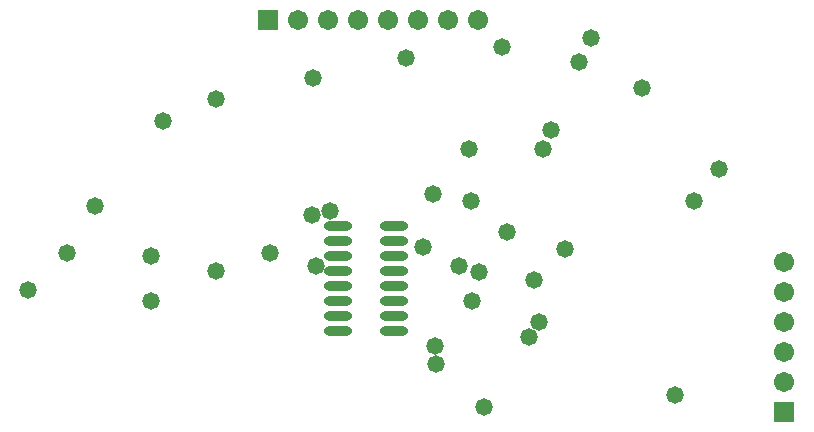
<source format=gbs>
G04*
G04 #@! TF.GenerationSoftware,Altium Limited,Altium Designer,20.0.2 (26)*
G04*
G04 Layer_Color=16711935*
%FSLAX25Y25*%
%MOIN*%
G70*
G01*
G75*
%ADD24O,0.09461X0.03162*%
%ADD25R,0.06706X0.06706*%
%ADD26C,0.06706*%
%ADD27R,0.06706X0.06706*%
%ADD28C,0.05800*%
D24*
X358000Y220500D02*
D03*
Y215500D02*
D03*
Y210500D02*
D03*
Y205500D02*
D03*
Y200500D02*
D03*
Y195500D02*
D03*
Y190500D02*
D03*
Y185500D02*
D03*
X339102Y220500D02*
D03*
Y215500D02*
D03*
Y210500D02*
D03*
Y205500D02*
D03*
Y200500D02*
D03*
Y195500D02*
D03*
Y190500D02*
D03*
Y185500D02*
D03*
D25*
X316000Y289000D02*
D03*
D26*
X326000D02*
D03*
X336000D02*
D03*
X346000D02*
D03*
X356000D02*
D03*
X366000D02*
D03*
X376000D02*
D03*
X386000D02*
D03*
X488000Y168500D02*
D03*
Y178500D02*
D03*
Y188500D02*
D03*
Y198500D02*
D03*
Y208500D02*
D03*
D27*
Y158500D02*
D03*
D28*
X372000Y174500D02*
D03*
X383900Y195500D02*
D03*
X458000Y228600D02*
D03*
X415000Y212700D02*
D03*
X404500Y202400D02*
D03*
X370800Y231100D02*
D03*
X466200Y239400D02*
D03*
X383000Y246000D02*
D03*
X371600Y180500D02*
D03*
X386100Y205100D02*
D03*
X298400Y262800D02*
D03*
Y205500D02*
D03*
X249000Y211400D02*
D03*
X410200Y252500D02*
D03*
X361800Y276300D02*
D03*
X407500Y246000D02*
D03*
X331000Y269600D02*
D03*
X276900Y210500D02*
D03*
X419500Y275000D02*
D03*
X280900Y255500D02*
D03*
X316500Y211500D02*
D03*
X423500Y282900D02*
D03*
X235900Y199200D02*
D03*
X451600Y163900D02*
D03*
X258200Y226900D02*
D03*
X336500Y225400D02*
D03*
X330500Y223900D02*
D03*
X387837Y159900D02*
D03*
X367550Y213350D02*
D03*
X395400Y218300D02*
D03*
X379437Y207148D02*
D03*
X402900Y183300D02*
D03*
X332000Y207200D02*
D03*
X383400Y228800D02*
D03*
X276900Y195500D02*
D03*
X406100Y188400D02*
D03*
X440500Y266500D02*
D03*
X394000Y280000D02*
D03*
M02*

</source>
